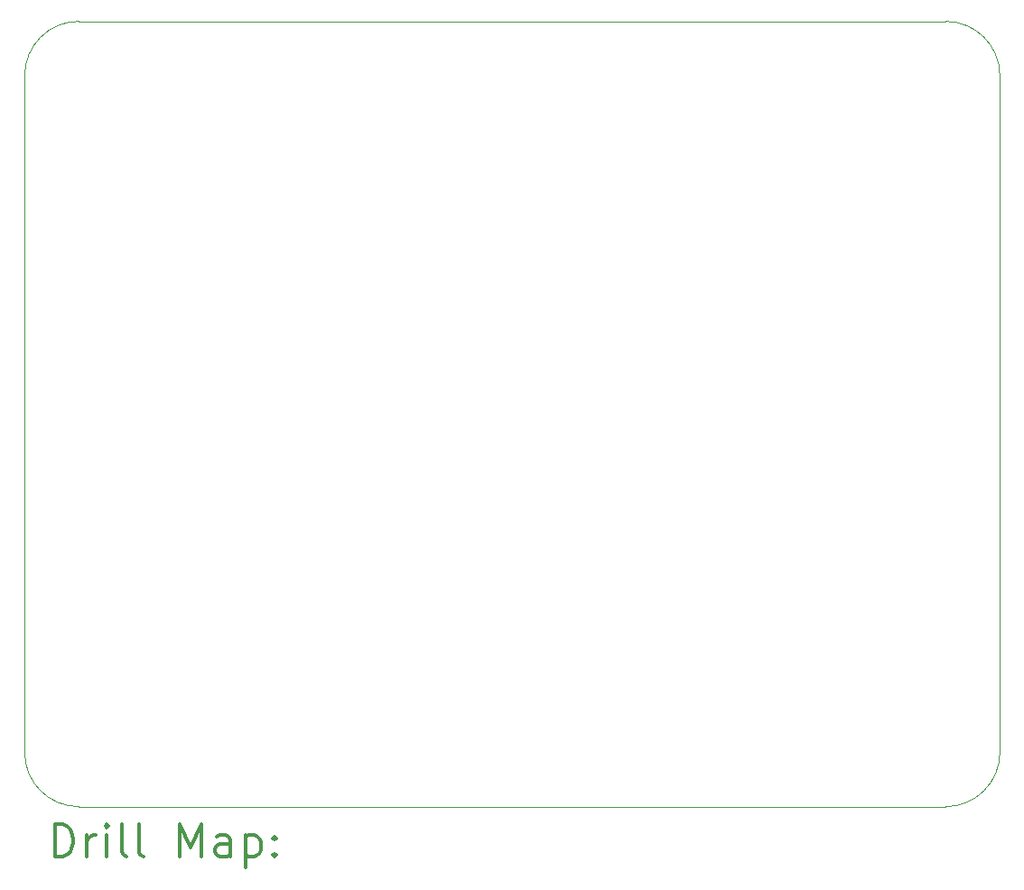
<source format=gbr>
%FSLAX45Y45*%
G04 Gerber Fmt 4.5, Leading zero omitted, Abs format (unit mm)*
G04 Created by KiCad (PCBNEW (5.1.10)-1) date 2021-10-21 22:15:58*
%MOMM*%
%LPD*%
G01*
G04 APERTURE LIST*
%TA.AperFunction,Profile*%
%ADD10C,0.050000*%
%TD*%
%ADD11C,0.200000*%
%ADD12C,0.300000*%
G04 APERTURE END LIST*
D10*
X19304000Y-5334000D02*
G75*
G02*
X19812000Y-5842000I0J-508000D01*
G01*
X19812000Y-12192000D02*
G75*
G02*
X19304000Y-12700000I-508000J0D01*
G01*
X11176000Y-12700000D02*
G75*
G02*
X10668000Y-12192000I0J508000D01*
G01*
X10668000Y-5842000D02*
G75*
G02*
X11176000Y-5334000I508000J0D01*
G01*
X10668000Y-12192000D02*
X10668000Y-5842000D01*
X19304000Y-12700000D02*
X11176000Y-12700000D01*
X19812000Y-5842000D02*
X19812000Y-12192000D01*
X11176000Y-5334000D02*
X19304000Y-5334000D01*
D11*
D12*
X10951928Y-13168214D02*
X10951928Y-12868214D01*
X11023357Y-12868214D01*
X11066214Y-12882500D01*
X11094786Y-12911071D01*
X11109071Y-12939643D01*
X11123357Y-12996786D01*
X11123357Y-13039643D01*
X11109071Y-13096786D01*
X11094786Y-13125357D01*
X11066214Y-13153929D01*
X11023357Y-13168214D01*
X10951928Y-13168214D01*
X11251928Y-13168214D02*
X11251928Y-12968214D01*
X11251928Y-13025357D02*
X11266214Y-12996786D01*
X11280500Y-12982500D01*
X11309071Y-12968214D01*
X11337643Y-12968214D01*
X11437643Y-13168214D02*
X11437643Y-12968214D01*
X11437643Y-12868214D02*
X11423357Y-12882500D01*
X11437643Y-12896786D01*
X11451928Y-12882500D01*
X11437643Y-12868214D01*
X11437643Y-12896786D01*
X11623357Y-13168214D02*
X11594786Y-13153929D01*
X11580500Y-13125357D01*
X11580500Y-12868214D01*
X11780500Y-13168214D02*
X11751928Y-13153929D01*
X11737643Y-13125357D01*
X11737643Y-12868214D01*
X12123357Y-13168214D02*
X12123357Y-12868214D01*
X12223357Y-13082500D01*
X12323357Y-12868214D01*
X12323357Y-13168214D01*
X12594786Y-13168214D02*
X12594786Y-13011071D01*
X12580500Y-12982500D01*
X12551928Y-12968214D01*
X12494786Y-12968214D01*
X12466214Y-12982500D01*
X12594786Y-13153929D02*
X12566214Y-13168214D01*
X12494786Y-13168214D01*
X12466214Y-13153929D01*
X12451928Y-13125357D01*
X12451928Y-13096786D01*
X12466214Y-13068214D01*
X12494786Y-13053929D01*
X12566214Y-13053929D01*
X12594786Y-13039643D01*
X12737643Y-12968214D02*
X12737643Y-13268214D01*
X12737643Y-12982500D02*
X12766214Y-12968214D01*
X12823357Y-12968214D01*
X12851928Y-12982500D01*
X12866214Y-12996786D01*
X12880500Y-13025357D01*
X12880500Y-13111071D01*
X12866214Y-13139643D01*
X12851928Y-13153929D01*
X12823357Y-13168214D01*
X12766214Y-13168214D01*
X12737643Y-13153929D01*
X13009071Y-13139643D02*
X13023357Y-13153929D01*
X13009071Y-13168214D01*
X12994786Y-13153929D01*
X13009071Y-13139643D01*
X13009071Y-13168214D01*
X13009071Y-12982500D02*
X13023357Y-12996786D01*
X13009071Y-13011071D01*
X12994786Y-12996786D01*
X13009071Y-12982500D01*
X13009071Y-13011071D01*
M02*

</source>
